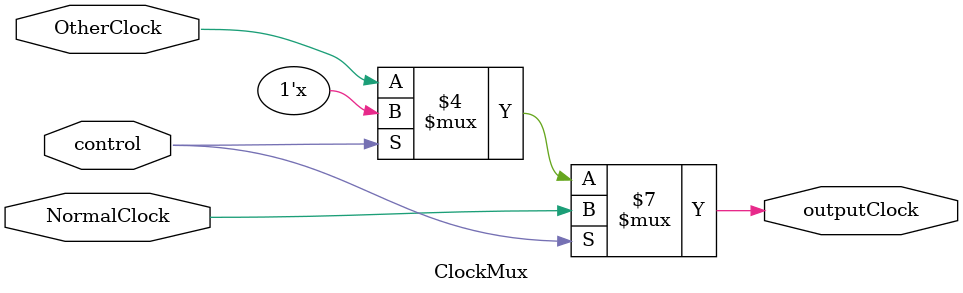
<source format=v>
`timescale 1ns / 1ps


module ClockMux(
    input NormalClock,
    input OtherClock,
    input control,
    output reg outputClock
    );
    
   always @(*)
   begin
   
    if(control == 1) begin
       outputClock <= NormalClock;
    end else if(control == 0) begin
       outputClock <= OtherClock;
    end
                
    end
endmodule




</source>
